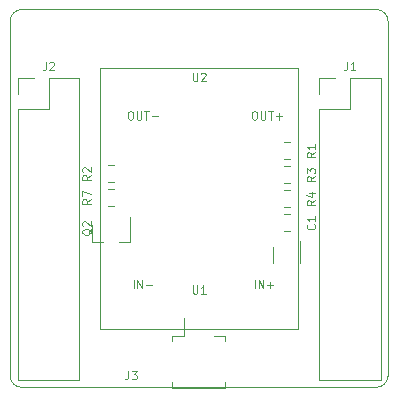
<source format=gbr>
%TF.GenerationSoftware,KiCad,Pcbnew,(5.99.0-3309-g5424d6fa0)*%
%TF.CreationDate,2020-10-07T16:53:38+02:00*%
%TF.ProjectId,ehz-adapter-v2,65687a2d-6164-4617-9074-65722d76322e,rev?*%
%TF.SameCoordinates,Original*%
%TF.FileFunction,Legend,Top*%
%TF.FilePolarity,Positive*%
%FSLAX46Y46*%
G04 Gerber Fmt 4.6, Leading zero omitted, Abs format (unit mm)*
G04 Created by KiCad (PCBNEW (5.99.0-3309-g5424d6fa0)) date 2020-10-07 16:53:38*
%MOMM*%
%LPD*%
G01*
G04 APERTURE LIST*
%TA.AperFunction,Profile*%
%ADD10C,0.100000*%
%TD*%
%ADD11C,0.100000*%
%ADD12C,0.120000*%
G04 APERTURE END LIST*
D10*
X40000000Y-39000000D02*
G75*
G03*
X39000000Y-40000000I0J-1000000D01*
G01*
X40000000Y-39000000D02*
X70000000Y-39000000D01*
X71000000Y-40000000D02*
X71000000Y-70000000D01*
X39000000Y-70000000D02*
X39000000Y-40000000D01*
X71000000Y-40000000D02*
G75*
G03*
X70000000Y-39000000I-1000000J0D01*
G01*
X39000000Y-70000000D02*
G75*
G03*
X40000000Y-71000000I1000000J0D01*
G01*
X70000000Y-71000000D02*
X40000000Y-71000000D01*
X70000000Y-71000000D02*
G75*
G03*
X71000000Y-70000000I0J1000000D01*
G01*
D11*
X54466666Y-44366666D02*
X54466666Y-44933333D01*
X54500000Y-45000000D01*
X54533333Y-45033333D01*
X54600000Y-45066666D01*
X54733333Y-45066666D01*
X54800000Y-45033333D01*
X54833333Y-45000000D01*
X54866666Y-44933333D01*
X54866666Y-44366666D01*
X55166666Y-44433333D02*
X55200000Y-44400000D01*
X55266666Y-44366666D01*
X55433333Y-44366666D01*
X55500000Y-44400000D01*
X55533333Y-44433333D01*
X55566666Y-44500000D01*
X55566666Y-44566666D01*
X55533333Y-44666666D01*
X55133333Y-45066666D01*
X55566666Y-45066666D01*
X49116666Y-47616666D02*
X49250000Y-47616666D01*
X49316666Y-47650000D01*
X49383333Y-47716666D01*
X49416666Y-47850000D01*
X49416666Y-48083333D01*
X49383333Y-48216666D01*
X49316666Y-48283333D01*
X49250000Y-48316666D01*
X49116666Y-48316666D01*
X49050000Y-48283333D01*
X48983333Y-48216666D01*
X48950000Y-48083333D01*
X48950000Y-47850000D01*
X48983333Y-47716666D01*
X49050000Y-47650000D01*
X49116666Y-47616666D01*
X49716666Y-47616666D02*
X49716666Y-48183333D01*
X49750000Y-48250000D01*
X49783333Y-48283333D01*
X49850000Y-48316666D01*
X49983333Y-48316666D01*
X50050000Y-48283333D01*
X50083333Y-48250000D01*
X50116666Y-48183333D01*
X50116666Y-47616666D01*
X50350000Y-47616666D02*
X50750000Y-47616666D01*
X50550000Y-48316666D02*
X50550000Y-47616666D01*
X50983333Y-48050000D02*
X51516666Y-48050000D01*
X59700000Y-62566666D02*
X59700000Y-61866666D01*
X60033333Y-62566666D02*
X60033333Y-61866666D01*
X60433333Y-62566666D01*
X60433333Y-61866666D01*
X60766666Y-62300000D02*
X61300000Y-62300000D01*
X61033333Y-62566666D02*
X61033333Y-62033333D01*
X49450000Y-62566666D02*
X49450000Y-61866666D01*
X49783333Y-62566666D02*
X49783333Y-61866666D01*
X50183333Y-62566666D01*
X50183333Y-61866666D01*
X50516666Y-62300000D02*
X51050000Y-62300000D01*
X59616666Y-47616666D02*
X59750000Y-47616666D01*
X59816666Y-47650000D01*
X59883333Y-47716666D01*
X59916666Y-47850000D01*
X59916666Y-48083333D01*
X59883333Y-48216666D01*
X59816666Y-48283333D01*
X59750000Y-48316666D01*
X59616666Y-48316666D01*
X59550000Y-48283333D01*
X59483333Y-48216666D01*
X59450000Y-48083333D01*
X59450000Y-47850000D01*
X59483333Y-47716666D01*
X59550000Y-47650000D01*
X59616666Y-47616666D01*
X60216666Y-47616666D02*
X60216666Y-48183333D01*
X60250000Y-48250000D01*
X60283333Y-48283333D01*
X60350000Y-48316666D01*
X60483333Y-48316666D01*
X60550000Y-48283333D01*
X60583333Y-48250000D01*
X60616666Y-48183333D01*
X60616666Y-47616666D01*
X60850000Y-47616666D02*
X61250000Y-47616666D01*
X61050000Y-48316666D02*
X61050000Y-47616666D01*
X61483333Y-48050000D02*
X62016666Y-48050000D01*
X61750000Y-48316666D02*
X61750000Y-47783333D01*
X45883333Y-57566666D02*
X45850000Y-57633333D01*
X45783333Y-57700000D01*
X45683333Y-57800000D01*
X45650000Y-57866666D01*
X45650000Y-57933333D01*
X45816666Y-57900000D02*
X45783333Y-57966666D01*
X45716666Y-58033333D01*
X45583333Y-58066666D01*
X45350000Y-58066666D01*
X45216666Y-58033333D01*
X45150000Y-57966666D01*
X45116666Y-57900000D01*
X45116666Y-57766666D01*
X45150000Y-57700000D01*
X45216666Y-57633333D01*
X45350000Y-57600000D01*
X45583333Y-57600000D01*
X45716666Y-57633333D01*
X45783333Y-57700000D01*
X45816666Y-57766666D01*
X45816666Y-57900000D01*
X45183333Y-57333333D02*
X45150000Y-57300000D01*
X45116666Y-57233333D01*
X45116666Y-57066666D01*
X45150000Y-57000000D01*
X45183333Y-56966666D01*
X45250000Y-56933333D01*
X45316666Y-56933333D01*
X45416666Y-56966666D01*
X45816666Y-57366666D01*
X45816666Y-56933333D01*
X49016666Y-69616666D02*
X49016666Y-70116666D01*
X48983333Y-70216666D01*
X48916666Y-70283333D01*
X48816666Y-70316666D01*
X48750000Y-70316666D01*
X49283333Y-69616666D02*
X49716666Y-69616666D01*
X49483333Y-69883333D01*
X49583333Y-69883333D01*
X49650000Y-69916666D01*
X49683333Y-69950000D01*
X49716666Y-70016666D01*
X49716666Y-70183333D01*
X49683333Y-70250000D01*
X49650000Y-70283333D01*
X49583333Y-70316666D01*
X49383333Y-70316666D01*
X49316666Y-70283333D01*
X49283333Y-70250000D01*
X54466666Y-62366666D02*
X54466666Y-62933333D01*
X54500000Y-63000000D01*
X54533333Y-63033333D01*
X54600000Y-63066666D01*
X54733333Y-63066666D01*
X54800000Y-63033333D01*
X54833333Y-63000000D01*
X54866666Y-62933333D01*
X54866666Y-62366666D01*
X55566666Y-63066666D02*
X55166666Y-63066666D01*
X55366666Y-63066666D02*
X55366666Y-62366666D01*
X55300000Y-62466666D01*
X55233333Y-62533333D01*
X55166666Y-62566666D01*
X45816666Y-53020666D02*
X45483333Y-53254000D01*
X45816666Y-53420666D02*
X45116666Y-53420666D01*
X45116666Y-53154000D01*
X45150000Y-53087333D01*
X45183333Y-53054000D01*
X45250000Y-53020666D01*
X45350000Y-53020666D01*
X45416666Y-53054000D01*
X45450000Y-53087333D01*
X45483333Y-53154000D01*
X45483333Y-53420666D01*
X45183333Y-52754000D02*
X45150000Y-52720666D01*
X45116666Y-52654000D01*
X45116666Y-52487333D01*
X45150000Y-52420666D01*
X45183333Y-52387333D01*
X45250000Y-52354000D01*
X45316666Y-52354000D01*
X45416666Y-52387333D01*
X45816666Y-52787333D01*
X45816666Y-52354000D01*
X64816666Y-53119666D02*
X64483333Y-53353000D01*
X64816666Y-53519666D02*
X64116666Y-53519666D01*
X64116666Y-53253000D01*
X64150000Y-53186333D01*
X64183333Y-53153000D01*
X64250000Y-53119666D01*
X64350000Y-53119666D01*
X64416666Y-53153000D01*
X64450000Y-53186333D01*
X64483333Y-53253000D01*
X64483333Y-53519666D01*
X64116666Y-52886333D02*
X64116666Y-52453000D01*
X64383333Y-52686333D01*
X64383333Y-52586333D01*
X64416666Y-52519666D01*
X64450000Y-52486333D01*
X64516666Y-52453000D01*
X64683333Y-52453000D01*
X64750000Y-52486333D01*
X64783333Y-52519666D01*
X64816666Y-52586333D01*
X64816666Y-52786333D01*
X64783333Y-52853000D01*
X64750000Y-52886333D01*
X64816666Y-51087666D02*
X64483333Y-51321000D01*
X64816666Y-51487666D02*
X64116666Y-51487666D01*
X64116666Y-51221000D01*
X64150000Y-51154333D01*
X64183333Y-51121000D01*
X64250000Y-51087666D01*
X64350000Y-51087666D01*
X64416666Y-51121000D01*
X64450000Y-51154333D01*
X64483333Y-51221000D01*
X64483333Y-51487666D01*
X64816666Y-50421000D02*
X64816666Y-50821000D01*
X64816666Y-50621000D02*
X64116666Y-50621000D01*
X64216666Y-50687666D01*
X64283333Y-50754333D01*
X64316666Y-50821000D01*
X42036666Y-43426666D02*
X42036666Y-43926666D01*
X42003333Y-44026666D01*
X41936666Y-44093333D01*
X41836666Y-44126666D01*
X41770000Y-44126666D01*
X42336666Y-43493333D02*
X42370000Y-43460000D01*
X42436666Y-43426666D01*
X42603333Y-43426666D01*
X42670000Y-43460000D01*
X42703333Y-43493333D01*
X42736666Y-43560000D01*
X42736666Y-43626666D01*
X42703333Y-43726666D01*
X42303333Y-44126666D01*
X42736666Y-44126666D01*
X64816666Y-55151666D02*
X64483333Y-55385000D01*
X64816666Y-55551666D02*
X64116666Y-55551666D01*
X64116666Y-55285000D01*
X64150000Y-55218333D01*
X64183333Y-55185000D01*
X64250000Y-55151666D01*
X64350000Y-55151666D01*
X64416666Y-55185000D01*
X64450000Y-55218333D01*
X64483333Y-55285000D01*
X64483333Y-55551666D01*
X64350000Y-54551666D02*
X64816666Y-54551666D01*
X64083333Y-54718333D02*
X64583333Y-54885000D01*
X64583333Y-54451666D01*
X64750000Y-57183666D02*
X64783333Y-57217000D01*
X64816666Y-57317000D01*
X64816666Y-57383666D01*
X64783333Y-57483666D01*
X64716666Y-57550333D01*
X64650000Y-57583666D01*
X64516666Y-57617000D01*
X64416666Y-57617000D01*
X64283333Y-57583666D01*
X64216666Y-57550333D01*
X64150000Y-57483666D01*
X64116666Y-57383666D01*
X64116666Y-57317000D01*
X64150000Y-57217000D01*
X64183333Y-57183666D01*
X64816666Y-56517000D02*
X64816666Y-56917000D01*
X64816666Y-56717000D02*
X64116666Y-56717000D01*
X64216666Y-56783666D01*
X64283333Y-56850333D01*
X64316666Y-56917000D01*
X67536666Y-43426666D02*
X67536666Y-43926666D01*
X67503333Y-44026666D01*
X67436666Y-44093333D01*
X67336666Y-44126666D01*
X67270000Y-44126666D01*
X68236666Y-44126666D02*
X67836666Y-44126666D01*
X68036666Y-44126666D02*
X68036666Y-43426666D01*
X67970000Y-43526666D01*
X67903333Y-43593333D01*
X67836666Y-43626666D01*
X45816666Y-55052666D02*
X45483333Y-55286000D01*
X45816666Y-55452666D02*
X45116666Y-55452666D01*
X45116666Y-55186000D01*
X45150000Y-55119333D01*
X45183333Y-55086000D01*
X45250000Y-55052666D01*
X45350000Y-55052666D01*
X45416666Y-55086000D01*
X45450000Y-55119333D01*
X45483333Y-55186000D01*
X45483333Y-55452666D01*
X45116666Y-54819333D02*
X45116666Y-54352666D01*
X45816666Y-54652666D01*
D12*
X63382000Y-43951000D02*
X63382000Y-66049000D01*
X46618000Y-66049000D02*
X46618000Y-43951000D01*
X63382000Y-66049000D02*
X46618000Y-66049000D01*
X46618000Y-43951000D02*
X63382000Y-43951000D01*
X49132000Y-58712000D02*
X48202000Y-58712000D01*
X45972000Y-58712000D02*
X45972000Y-57252000D01*
X49132000Y-58712000D02*
X49132000Y-56552000D01*
X45972000Y-58712000D02*
X46902000Y-58712000D01*
X57221000Y-67061000D02*
X57221000Y-66611000D01*
X57221000Y-66611000D02*
X56271000Y-66611000D01*
X53701000Y-66611000D02*
X53701000Y-65121000D01*
X52751000Y-71031000D02*
X57221000Y-71031000D01*
X52751000Y-66611000D02*
X53701000Y-66611000D01*
X57221000Y-71031000D02*
X57221000Y-70581000D01*
X52751000Y-70581000D02*
X52751000Y-71031000D01*
X52751000Y-67061000D02*
X52751000Y-66611000D01*
X63560000Y-60500000D02*
X63560000Y-58600000D01*
X61240000Y-59100000D02*
X61240000Y-60500000D01*
X47293422Y-53582000D02*
X47810578Y-53582000D01*
X47293422Y-52162000D02*
X47810578Y-52162000D01*
X62156422Y-52293000D02*
X62673578Y-52293000D01*
X62156422Y-53713000D02*
X62673578Y-53713000D01*
X62673578Y-50261000D02*
X62156422Y-50261000D01*
X62673578Y-51681000D02*
X62156422Y-51681000D01*
X39670000Y-47410000D02*
X42270000Y-47410000D01*
X44870000Y-44810000D02*
X44870000Y-70330000D01*
X39670000Y-44810000D02*
X41000000Y-44810000D01*
X39670000Y-70330000D02*
X44870000Y-70330000D01*
X39670000Y-46140000D02*
X39670000Y-44810000D01*
X39670000Y-47410000D02*
X39670000Y-70330000D01*
X42270000Y-47410000D02*
X42270000Y-44810000D01*
X42270000Y-44810000D02*
X44870000Y-44810000D01*
X62156422Y-54325000D02*
X62673578Y-54325000D01*
X62156422Y-55745000D02*
X62673578Y-55745000D01*
X62673578Y-56357000D02*
X62156422Y-56357000D01*
X62673578Y-57777000D02*
X62156422Y-57777000D01*
X65170000Y-70330000D02*
X70370000Y-70330000D01*
X65170000Y-46140000D02*
X65170000Y-44810000D01*
X65170000Y-47410000D02*
X65170000Y-70330000D01*
X67770000Y-44810000D02*
X70370000Y-44810000D01*
X65170000Y-47410000D02*
X67770000Y-47410000D01*
X67770000Y-47410000D02*
X67770000Y-44810000D01*
X70370000Y-44810000D02*
X70370000Y-70330000D01*
X65170000Y-44810000D02*
X66500000Y-44810000D01*
X47810578Y-54242000D02*
X47293422Y-54242000D01*
X47810578Y-55662000D02*
X47293422Y-55662000D01*
M02*

</source>
